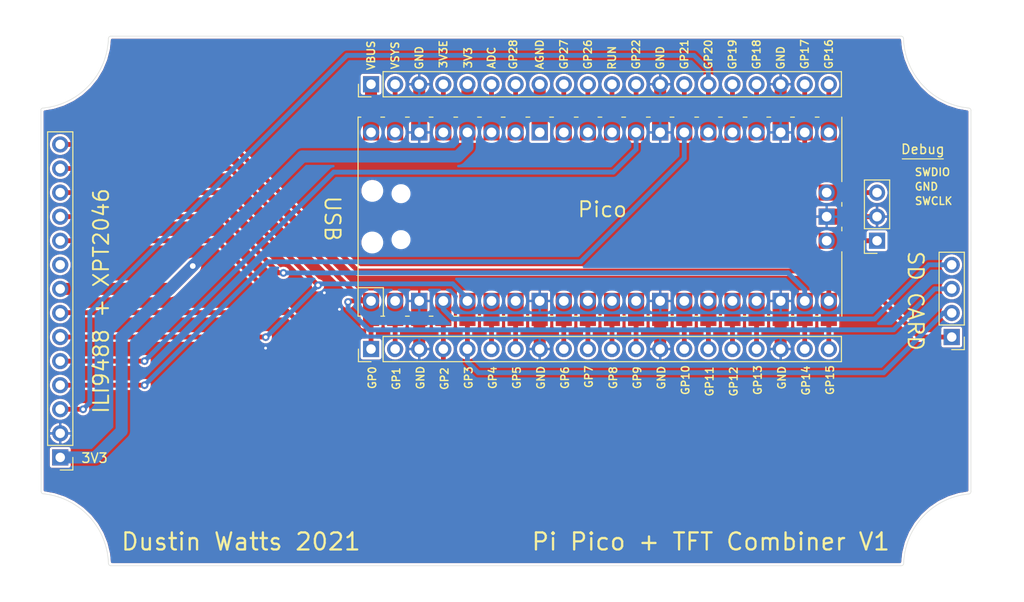
<source format=kicad_pcb>
(kicad_pcb (version 20171130) (host pcbnew "(5.1.6-0)")
  (layers (0 F.Cu signal) (31 B.Cu signal) (34 B.Paste user) (35 F.Paste user) (36 B.SilkS user) (37 F.SilkS user) (38 B.Mask user) (39 F.Mask user) (44 Edge.Cuts user))
  (net 0 "")
  (net 1 SWCLK)
  (net 2 GND)
  (net 3 SWDIO)
  (net 4 3V3)
  (net 5 GPIO20)
  (net 6 GPIO21)
  (net 7 GPIO22)
  (net 8 GPIO3)
  (net 9 GPIO2)
  (net 10 "Net-(J2-Pad9)")
  (net 11 GPIO14)
  (net 12 GPIO0)
  (net 13 GPIO15)
  (net 14 GPIO13)
  (net 15 GPIO12)
  (net 16 GPIO11)
  (net 17 GPIO10)
  (net 18 GPIO9)
  (net 19 GPIO8)
  (net 20 GPIO7)
  (net 21 GPIO6)
  (net 22 GPIO5)
  (net 23 GPIO4)
  (net 24 GPIO1)
  (net 25 VBUS)
  (net 26 VSYS)
  (net 27 3V3_EN)
  (net 28 ADC_VREF)
  (net 29 GPIO28)
  (net 30 AGND)
  (net 31 GPIO27)
  (net 32 GPIO26)
  (net 33 RUN)
  (net 34 GPIO19)
  (net 35 GPIO18)
  (net 36 GPIO17)
  (net 37 GPIO16)
  (module Connector_PinSocket_2.54mm:PinSocket_1x03_P2.54mm_Vertical (layer F.Cu) (at 169.926 64.77 180)
    (fp_text reference J1 hide)
    (fp_text value Conn_01x03_Female)
    (fp_line (start -1.33 1.27) (end 1.33 1.27) (layer F.SilkS) (width 0.12))
    (fp_line (start -1.33 1.27) (end -1.33 6.41) (layer F.SilkS) (width 0.12))
    (fp_line (start -1.33 6.41) (end 1.33 6.41) (layer F.SilkS) (width 0.12))
    (fp_line (start 1.33 1.27) (end 1.33 6.41) (layer F.SilkS) (width 0.12))
    (fp_line (start 1.33 -1.33) (end 1.33 0) (layer F.SilkS) (width 0.12))
    (fp_line (start 0 -1.33) (end 1.33 -1.33) (layer F.SilkS) (width 0.12))
    (pad 1 thru_hole rect (at 0 0 180) (size 1.7 1.7) (drill 1) (layers *.Cu *.Mask) (net 1 SWCLK))
    (pad 2 thru_hole oval (at 0 2.54 180) (size 1.7 1.7) (drill 1) (layers *.Cu *.Mask) (net 2 GND))
    (pad 3 thru_hole oval (at 0 5.08 180) (size 1.7 1.7) (drill 1) (layers *.Cu *.Mask) (net 3 SWDIO))
  )
  (module Connector_PinHeader_2.54mm:PinHeader_1x14_P2.54mm_Vertical (layer F.Cu) (at 83.82 87.63 180)
    (fp_text reference J2 hide)
    (fp_text value ILI9488_Touch)
    (fp_line (start -1.33 34.35) (end 1.33 34.35) (layer F.SilkS) (width 0.12))
    (fp_line (start -1.33 1.27) (end -1.33 34.35) (layer F.SilkS) (width 0.12))
    (fp_line (start 1.33 1.27) (end 1.33 34.35) (layer F.SilkS) (width 0.12))
    (fp_line (start -1.33 1.27) (end 1.33 1.27) (layer F.SilkS) (width 0.12))
    (fp_line (start -1.33 0) (end -1.33 -1.33) (layer F.SilkS) (width 0.12))
    (fp_line (start -1.33 -1.33) (end 0 -1.33) (layer F.SilkS) (width 0.12))
    (pad 1 thru_hole rect (at 0 0 180) (size 1.7 1.7) (drill 1) (layers *.Cu *.Mask) (net 4 3V3))
    (pad 2 thru_hole oval (at 0 2.54 180) (size 1.7 1.7) (drill 1) (layers *.Cu *.Mask) (net 2 GND))
    (pad 3 thru_hole oval (at 0 5.08 180) (size 1.7 1.7) (drill 1) (layers *.Cu *.Mask) (net 5 GPIO20))
    (pad 4 thru_hole oval (at 0 7.62 180) (size 1.7 1.7) (drill 1) (layers *.Cu *.Mask) (net 6 GPIO21))
    (pad 5 thru_hole oval (at 0 10.16 180) (size 1.7 1.7) (drill 1) (layers *.Cu *.Mask) (net 7 GPIO22))
    (pad 6 thru_hole oval (at 0 12.7 180) (size 1.7 1.7) (drill 1) (layers *.Cu *.Mask) (net 8 GPIO3))
    (pad 7 thru_hole oval (at 0 15.24 180) (size 1.7 1.7) (drill 1) (layers *.Cu *.Mask) (net 9 GPIO2))
    (pad 8 thru_hole oval (at 0 17.78 180) (size 1.7 1.7) (drill 1) (layers *.Cu *.Mask) (net 4 3V3))
    (pad 9 thru_hole oval (at 0 20.32 180) (size 1.7 1.7) (drill 1) (layers *.Cu *.Mask) (net 10 "Net-(J2-Pad9)"))
    (pad 10 thru_hole oval (at 0 22.86 180) (size 1.7 1.7) (drill 1) (layers *.Cu *.Mask) (net 9 GPIO2))
    (pad 11 thru_hole oval (at 0 25.4 180) (size 1.7 1.7) (drill 1) (layers *.Cu *.Mask) (net 11 GPIO14))
    (pad 12 thru_hole oval (at 0 27.94 180) (size 1.7 1.7) (drill 1) (layers *.Cu *.Mask) (net 8 GPIO3))
    (pad 13 thru_hole oval (at 0 30.48 180) (size 1.7 1.7) (drill 1) (layers *.Cu *.Mask) (net 12 GPIO0))
    (pad 14 thru_hole oval (at 0 33.02 180) (size 1.7 1.7) (drill 1) (layers *.Cu *.Mask) (net 13 GPIO15))
  )
  (module Connector_PinHeader_2.54mm:PinHeader_1x20_P2.54mm_Vertical (layer F.Cu) (at 116.586 76.2 90)
    (fp_text reference J3 hide)
    (fp_text value Conn_01x20_Male)
    (fp_line (start -1.33 -1.33) (end 0 -1.33) (layer F.SilkS) (width 0.12))
    (fp_line (start -1.33 0) (end -1.33 -1.33) (layer F.SilkS) (width 0.12))
    (fp_line (start -1.33 1.27) (end 1.33 1.27) (layer F.SilkS) (width 0.12))
    (fp_line (start 1.33 1.27) (end 1.33 49.59) (layer F.SilkS) (width 0.12))
    (fp_line (start -1.33 1.27) (end -1.33 49.59) (layer F.SilkS) (width 0.12))
    (fp_line (start -1.33 49.59) (end 1.33 49.59) (layer F.SilkS) (width 0.12))
    (pad 20 thru_hole oval (at 0 48.26 90) (size 1.7 1.7) (drill 1) (layers *.Cu *.Mask) (net 13 GPIO15))
    (pad 19 thru_hole oval (at 0 45.72 90) (size 1.7 1.7) (drill 1) (layers *.Cu *.Mask) (net 11 GPIO14))
    (pad 18 thru_hole oval (at 0 43.18 90) (size 1.7 1.7) (drill 1) (layers *.Cu *.Mask) (net 2 GND))
    (pad 17 thru_hole oval (at 0 40.64 90) (size 1.7 1.7) (drill 1) (layers *.Cu *.Mask) (net 14 GPIO13))
    (pad 16 thru_hole oval (at 0 38.1 90) (size 1.7 1.7) (drill 1) (layers *.Cu *.Mask) (net 15 GPIO12))
    (pad 15 thru_hole oval (at 0 35.56 90) (size 1.7 1.7) (drill 1) (layers *.Cu *.Mask) (net 16 GPIO11))
    (pad 14 thru_hole oval (at 0 33.02 90) (size 1.7 1.7) (drill 1) (layers *.Cu *.Mask) (net 17 GPIO10))
    (pad 13 thru_hole oval (at 0 30.48 90) (size 1.7 1.7) (drill 1) (layers *.Cu *.Mask) (net 2 GND))
    (pad 12 thru_hole oval (at 0 27.94 90) (size 1.7 1.7) (drill 1) (layers *.Cu *.Mask) (net 18 GPIO9))
    (pad 11 thru_hole oval (at 0 25.4 90) (size 1.7 1.7) (drill 1) (layers *.Cu *.Mask) (net 19 GPIO8))
    (pad 10 thru_hole oval (at 0 22.86 90) (size 1.7 1.7) (drill 1) (layers *.Cu *.Mask) (net 20 GPIO7))
    (pad 9 thru_hole oval (at 0 20.32 90) (size 1.7 1.7) (drill 1) (layers *.Cu *.Mask) (net 21 GPIO6))
    (pad 8 thru_hole oval (at 0 17.78 90) (size 1.7 1.7) (drill 1) (layers *.Cu *.Mask) (net 2 GND))
    (pad 7 thru_hole oval (at 0 15.24 90) (size 1.7 1.7) (drill 1) (layers *.Cu *.Mask) (net 22 GPIO5))
    (pad 6 thru_hole oval (at 0 12.7 90) (size 1.7 1.7) (drill 1) (layers *.Cu *.Mask) (net 23 GPIO4))
    (pad 5 thru_hole oval (at 0 10.16 90) (size 1.7 1.7) (drill 1) (layers *.Cu *.Mask) (net 8 GPIO3))
    (pad 4 thru_hole oval (at 0 7.62 90) (size 1.7 1.7) (drill 1) (layers *.Cu *.Mask) (net 9 GPIO2))
    (pad 3 thru_hole oval (at 0 5.08 90) (size 1.7 1.7) (drill 1) (layers *.Cu *.Mask) (net 2 GND))
    (pad 2 thru_hole oval (at 0 2.54 90) (size 1.7 1.7) (drill 1) (layers *.Cu *.Mask) (net 24 GPIO1))
    (pad 1 thru_hole rect (at 0 0 90) (size 1.7 1.7) (drill 1) (layers *.Cu *.Mask) (net 12 GPIO0))
  )
  (module Connector_PinHeader_2.54mm:PinHeader_1x20_P2.54mm_Vertical (layer F.Cu) (at 116.586 48.26 90)
    (fp_text reference J4 hide)
    (fp_text value Conn_01x20_Male)
    (fp_line (start -1.33 49.59) (end 1.33 49.59) (layer F.SilkS) (width 0.12))
    (fp_line (start -1.33 1.27) (end -1.33 49.59) (layer F.SilkS) (width 0.12))
    (fp_line (start 1.33 1.27) (end 1.33 49.59) (layer F.SilkS) (width 0.12))
    (fp_line (start -1.33 1.27) (end 1.33 1.27) (layer F.SilkS) (width 0.12))
    (fp_line (start -1.33 0) (end -1.33 -1.33) (layer F.SilkS) (width 0.12))
    (fp_line (start -1.33 -1.33) (end 0 -1.33) (layer F.SilkS) (width 0.12))
    (pad 1 thru_hole rect (at 0 0 90) (size 1.7 1.7) (drill 1) (layers *.Cu *.Mask) (net 25 VBUS))
    (pad 2 thru_hole oval (at 0 2.54 90) (size 1.7 1.7) (drill 1) (layers *.Cu *.Mask) (net 26 VSYS))
    (pad 3 thru_hole oval (at 0 5.08 90) (size 1.7 1.7) (drill 1) (layers *.Cu *.Mask) (net 2 GND))
    (pad 4 thru_hole oval (at 0 7.62 90) (size 1.7 1.7) (drill 1) (layers *.Cu *.Mask) (net 27 3V3_EN))
    (pad 5 thru_hole oval (at 0 10.16 90) (size 1.7 1.7) (drill 1) (layers *.Cu *.Mask) (net 4 3V3))
    (pad 6 thru_hole oval (at 0 12.7 90) (size 1.7 1.7) (drill 1) (layers *.Cu *.Mask) (net 28 ADC_VREF))
    (pad 7 thru_hole oval (at 0 15.24 90) (size 1.7 1.7) (drill 1) (layers *.Cu *.Mask) (net 29 GPIO28))
    (pad 8 thru_hole oval (at 0 17.78 90) (size 1.7 1.7) (drill 1) (layers *.Cu *.Mask) (net 30 AGND))
    (pad 9 thru_hole oval (at 0 20.32 90) (size 1.7 1.7) (drill 1) (layers *.Cu *.Mask) (net 31 GPIO27))
    (pad 10 thru_hole oval (at 0 22.86 90) (size 1.7 1.7) (drill 1) (layers *.Cu *.Mask) (net 32 GPIO26))
    (pad 11 thru_hole oval (at 0 25.4 90) (size 1.7 1.7) (drill 1) (layers *.Cu *.Mask) (net 33 RUN))
    (pad 12 thru_hole oval (at 0 27.94 90) (size 1.7 1.7) (drill 1) (layers *.Cu *.Mask) (net 7 GPIO22))
    (pad 13 thru_hole oval (at 0 30.48 90) (size 1.7 1.7) (drill 1) (layers *.Cu *.Mask) (net 2 GND))
    (pad 14 thru_hole oval (at 0 33.02 90) (size 1.7 1.7) (drill 1) (layers *.Cu *.Mask) (net 6 GPIO21))
    (pad 15 thru_hole oval (at 0 35.56 90) (size 1.7 1.7) (drill 1) (layers *.Cu *.Mask) (net 5 GPIO20))
    (pad 16 thru_hole oval (at 0 38.1 90) (size 1.7 1.7) (drill 1) (layers *.Cu *.Mask) (net 34 GPIO19))
    (pad 17 thru_hole oval (at 0 40.64 90) (size 1.7 1.7) (drill 1) (layers *.Cu *.Mask) (net 35 GPIO18))
    (pad 18 thru_hole oval (at 0 43.18 90) (size 1.7 1.7) (drill 1) (layers *.Cu *.Mask) (net 2 GND))
    (pad 19 thru_hole oval (at 0 45.72 90) (size 1.7 1.7) (drill 1) (layers *.Cu *.Mask) (net 36 GPIO17))
    (pad 20 thru_hole oval (at 0 48.26 90) (size 1.7 1.7) (drill 1) (layers *.Cu *.Mask) (net 37 GPIO16))
  )
  (module RPi_Pico:RPi_Pico_SMD_TH (layer F.Cu) (at 140.716 62.23 90)
    (fp_text reference U1 hide)
    (fp_text value Pico)
    (fp_line (start 1.1 25.5) (end 1.5 25.5) (layer F.SilkS) (width 0.12))
    (fp_line (start -1.5 25.5) (end -1.1 25.5) (layer F.SilkS) (width 0.12))
    (fp_line (start 10.5 25.5) (end 3.7 25.5) (layer F.SilkS) (width 0.12))
    (fp_line (start 10.5 15.1) (end 10.5 15.5) (layer F.SilkS) (width 0.12))
    (fp_line (start 10.5 7.4) (end 10.5 7.8) (layer F.SilkS) (width 0.12))
    (fp_line (start 10.5 -18) (end 10.5 -17.6) (layer F.SilkS) (width 0.12))
    (fp_line (start 10.5 -25.5) (end 10.5 -25.2) (layer F.SilkS) (width 0.12))
    (fp_line (start 10.5 -2.7) (end 10.5 -2.3) (layer F.SilkS) (width 0.12))
    (fp_line (start 10.5 12.5) (end 10.5 12.9) (layer F.SilkS) (width 0.12))
    (fp_line (start 10.5 -7.8) (end 10.5 -7.4) (layer F.SilkS) (width 0.12))
    (fp_line (start 10.5 -12.9) (end 10.5 -12.5) (layer F.SilkS) (width 0.12))
    (fp_line (start 10.5 -0.2) (end 10.5 0.2) (layer F.SilkS) (width 0.12))
    (fp_line (start 10.5 4.9) (end 10.5 5.3) (layer F.SilkS) (width 0.12))
    (fp_line (start 10.5 20.1) (end 10.5 20.5) (layer F.SilkS) (width 0.12))
    (fp_line (start 10.5 22.7) (end 10.5 23.1) (layer F.SilkS) (width 0.12))
    (fp_line (start 10.5 17.6) (end 10.5 18) (layer F.SilkS) (width 0.12))
    (fp_line (start 10.5 -15.4) (end 10.5 -15) (layer F.SilkS) (width 0.12))
    (fp_line (start 10.5 -23.1) (end 10.5 -22.7) (layer F.SilkS) (width 0.12))
    (fp_line (start 10.5 -20.5) (end 10.5 -20.1) (layer F.SilkS) (width 0.12))
    (fp_line (start 10.5 10) (end 10.5 10.4) (layer F.SilkS) (width 0.12))
    (fp_line (start 10.5 2.3) (end 10.5 2.7) (layer F.SilkS) (width 0.12))
    (fp_line (start 10.5 -5.3) (end 10.5 -4.9) (layer F.SilkS) (width 0.12))
    (fp_line (start 10.5 -10.4) (end 10.5 -10) (layer F.SilkS) (width 0.12))
    (fp_line (start -10.5 22.7) (end -10.5 23.1) (layer F.SilkS) (width 0.12))
    (fp_line (start -10.5 20.1) (end -10.5 20.5) (layer F.SilkS) (width 0.12))
    (fp_line (start -10.5 17.6) (end -10.5 18) (layer F.SilkS) (width 0.12))
    (fp_line (start -10.5 15.1) (end -10.5 15.5) (layer F.SilkS) (width 0.12))
    (fp_line (start -10.5 12.5) (end -10.5 12.9) (layer F.SilkS) (width 0.12))
    (fp_line (start -10.5 10) (end -10.5 10.4) (layer F.SilkS) (width 0.12))
    (fp_line (start -10.5 7.4) (end -10.5 7.8) (layer F.SilkS) (width 0.12))
    (fp_line (start -10.5 4.9) (end -10.5 5.3) (layer F.SilkS) (width 0.12))
    (fp_line (start -10.5 2.3) (end -10.5 2.7) (layer F.SilkS) (width 0.12))
    (fp_line (start -10.5 -0.2) (end -10.5 0.2) (layer F.SilkS) (width 0.12))
    (fp_line (start -10.5 -2.7) (end -10.5 -2.3) (layer F.SilkS) (width 0.12))
    (fp_line (start -10.5 -5.3) (end -10.5 -4.9) (layer F.SilkS) (width 0.12))
    (fp_line (start -10.5 -7.8) (end -10.5 -7.4) (layer F.SilkS) (width 0.12))
    (fp_line (start -10.5 -10.4) (end -10.5 -10) (layer F.SilkS) (width 0.12))
    (fp_line (start -10.5 -12.9) (end -10.5 -12.5) (layer F.SilkS) (width 0.12))
    (fp_line (start -10.5 -15.4) (end -10.5 -15) (layer F.SilkS) (width 0.12))
    (fp_line (start -10.5 -18) (end -10.5 -17.6) (layer F.SilkS) (width 0.12))
    (fp_line (start -10.5 -20.5) (end -10.5 -20.1) (layer F.SilkS) (width 0.12))
    (fp_line (start -10.5 -23.1) (end -10.5 -22.7) (layer F.SilkS) (width 0.12))
    (fp_line (start -10.5 -25.5) (end -10.5 -25.2) (layer F.SilkS) (width 0.12))
    (fp_line (start -7.493 -22.833) (end -7.493 -25.5) (layer F.SilkS) (width 0.12))
    (fp_line (start -10.5 -22.833) (end -7.493 -22.833) (layer F.SilkS) (width 0.12))
    (fp_line (start -3.7 25.5) (end -10.5 25.5) (layer F.SilkS) (width 0.12))
    (fp_line (start -10.5 -25.5) (end 10.5 -25.5) (layer F.SilkS) (width 0.12))
    (fp_text user GP1 (at -17.091 -21.473 90) (layer F.SilkS) (effects (font (size 0.8 0.8))))
    (fp_text user GP2 (at -17.091 -16.383 90) (layer F.SilkS) (effects (font (size 0.8 0.8))))
    (fp_text user GP0 (at -16.991 -24.003 90) (layer F.SilkS) (effects (font (size 0.8 0.8))))
    (fp_text user GP3 (at -16.991 -13.843 90) (layer F.SilkS) (effects (font (size 0.8 0.8))))
    (fp_text user GP4 (at -16.991 -11.303 90) (layer F.SilkS) (effects (font (size 0.8 0.8))))
    (fp_text user GP5 (at -16.991 -8.763 90) (layer F.SilkS) (effects (font (size 0.8 0.8))))
    (fp_text user GP6 (at -16.991 -3.683 90) (layer F.SilkS) (effects (font (size 0.8 0.8))))
    (fp_text user GP7 (at -16.891 -1.173 90) (layer F.SilkS) (effects (font (size 0.8 0.8))))
    (fp_text user GP8 (at -16.991 1.397 90) (layer F.SilkS) (effects (font (size 0.8 0.8))))
    (fp_text user GP9 (at -16.991 3.937 90) (layer F.SilkS) (effects (font (size 0.8 0.8))))
    (fp_text user GP10 (at -17.245 9.017 90) (layer F.SilkS) (effects (font (size 0.8 0.8))))
    (fp_text user GP11 (at -17.391 11.557 90) (layer F.SilkS) (effects (font (size 0.8 0.8))))
    (fp_text user GP12 (at -17.391 14.097 90) (layer F.SilkS) (effects (font (size 0.8 0.8))))
    (fp_text user GP13 (at -17.245 16.637 90) (layer F.SilkS) (effects (font (size 0.8 0.8))))
    (fp_text user GP14 (at -17.291 21.717 90) (layer F.SilkS) (effects (font (size 0.8 0.8))))
    (fp_text user GP15 (at -17.245 24.257 90) (layer F.SilkS) (effects (font (size 0.8 0.8))))
    (fp_text user GP16 (at 17.145 24.13 90) (layer F.SilkS) (effects (font (size 0.8 0.8))))
    (fp_text user GP17 (at 17.145 21.59 90) (layer F.SilkS) (effects (font (size 0.8 0.8))))
    (fp_text user GP18 (at 17.118 16.51 90) (layer F.SilkS) (effects (font (size 0.8 0.8))))
    (fp_text user GP19 (at 17.118 13.97 90) (layer F.SilkS) (effects (font (size 0.8 0.8))))
    (fp_text user GP20 (at 17.118 11.43 90) (layer F.SilkS) (effects (font (size 0.8 0.8))))
    (fp_text user GP21 (at 17.118 8.9 90) (layer F.SilkS) (effects (font (size 0.8 0.8))))
    (fp_text user GP22 (at 17.118 3.81 90) (layer F.SilkS) (effects (font (size 0.8 0.8))))
    (fp_text user RUN (at 16.764 1.27 90) (layer F.SilkS) (effects (font (size 0.8 0.8))))
    (fp_text user GP26 (at 17.118 -1.27 90) (layer F.SilkS) (effects (font (size 0.8 0.8))))
    (fp_text user GP27 (at 17.118 -3.8 90) (layer F.SilkS) (effects (font (size 0.8 0.8))))
    (fp_text user GP28 (at 17.118 -9.144 90) (layer F.SilkS) (effects (font (size 0.8 0.8))))
    (fp_text user ADC (at 16.764 -11.43 90) (layer F.SilkS) (effects (font (size 0.8 0.8))))
    (fp_text user 3V3 (at 16.764 -13.9 90) (layer F.SilkS) (effects (font (size 0.8 0.8))))
    (fp_text user 3V3E (at 17.145 -16.51 90) (layer F.SilkS) (effects (font (size 0.8 0.8))))
    (fp_text user VSYS (at 17.018 -21.59 90) (layer F.SilkS) (effects (font (size 0.8 0.8))))
    (fp_text user VBUS (at 17.018 -24.13 90) (layer F.SilkS) (effects (font (size 0.8 0.8))))
    (fp_text user GND (at -16.991 -18.923 90) (layer F.SilkS) (effects (font (size 0.8 0.8))))
    (fp_text user GND (at -16.991 -6.223 90) (layer F.SilkS) (effects (font (size 0.8 0.8))))
    (fp_text user GND (at -16.991 6.477 90) (layer F.SilkS) (effects (font (size 0.8 0.8))))
    (fp_text user GND (at -16.991 19.177 90) (layer F.SilkS) (effects (font (size 0.8 0.8))))
    (fp_text user GND (at 16.764 19.05 90) (layer F.SilkS) (effects (font (size 0.8 0.8))))
    (fp_text user GND (at 16.764 6.35 90) (layer F.SilkS) (effects (font (size 0.8 0.8))))
    (fp_text user GND (at 16.764 -19.05 90) (layer F.SilkS) (effects (font (size 0.8 0.8))))
    (fp_text user AGND (at 17.118 -6.35 90) (layer F.SilkS) (effects (font (size 0.8 0.8))))
    (fp_text user SWCLK (at 1.651 35.179) (layer F.SilkS) (effects (font (size 0.8 0.8))))
    (fp_text user SWDIO (at 4.699 35.052) (layer F.SilkS) (effects (font (size 0.8 0.8))))
    (pad 1 thru_hole oval (at -8.89 -24.13 90) (size 1.7 1.7) (drill 1.02) (layers *.Cu *.Mask) (net 12 GPIO0))
    (pad 2 thru_hole oval (at -8.89 -21.59 90) (size 1.7 1.7) (drill 1.02) (layers *.Cu *.Mask) (net 24 GPIO1))
    (pad 3 thru_hole rect (at -8.89 -19.05 90) (size 1.7 1.7) (drill 1.02) (layers *.Cu *.Mask) (net 2 GND))
    (pad 4 thru_hole oval (at -8.89 -16.51 90) (size 1.7 1.7) (drill 1.02) (layers *.Cu *.Mask) (net 9 GPIO2))
    (pad 5 thru_hole oval (at -8.89 -13.97 90) (size 1.7 1.7) (drill 1.02) (layers *.Cu *.Mask) (net 8 GPIO3))
    (pad 6 thru_hole oval (at -8.89 -11.43 90) (size 1.7 1.7) (drill 1.02) (layers *.Cu *.Mask) (net 23 GPIO4))
    (pad 7 thru_hole oval (at -8.89 -8.89 90) (size 1.7 1.7) (drill 1.02) (layers *.Cu *.Mask) (net 22 GPIO5))
    (pad 8 thru_hole rect (at -8.89 -6.35 90) (size 1.7 1.7) (drill 1.02) (layers *.Cu *.Mask) (net 2 GND))
    (pad 9 thru_hole oval (at -8.89 -3.81 90) (size 1.7 1.7) (drill 1.02) (layers *.Cu *.Mask) (net 21 GPIO6))
    (pad 10 thru_hole oval (at -8.89 -1.27 90) (size 1.7 1.7) (drill 1.02) (layers *.Cu *.Mask) (net 20 GPIO7))
    (pad 11 thru_hole oval (at -8.89 1.27 90) (size 1.7 1.7) (drill 1.02) (layers *.Cu *.Mask) (net 19 GPIO8))
    (pad 12 thru_hole oval (at -8.89 3.81 90) (size 1.7 1.7) (drill 1.02) (layers *.Cu *.Mask) (net 18 GPIO9))
    (pad 13 thru_hole rect (at -8.89 6.35 90) (size 1.7 1.7) (drill 1.02) (layers *.Cu *.Mask) (net 2 GND))
    (pad 14 thru_hole oval (at -8.89 8.89 90) (size 1.7 1.7) (drill 1.02) (layers *.Cu *.Mask) (net 17 GPIO10))
    (pad 15 thru_hole oval (at -8.89 11.43 90) (size 1.7 1.7) (drill 1.02) (layers *.Cu *.Mask) (net 16 GPIO11))
    (pad 16 thru_hole oval (at -8.89 13.97 90) (size 1.7 1.7) (drill 1.02) (layers *.Cu *.Mask) (net 15 GPIO12))
    (pad 17 thru_hole oval (at -8.89 16.51 90) (size 1.7 1.7) (drill 1.02) (layers *.Cu *.Mask) (net 14 GPIO13))
    (pad 18 thru_hole rect (at -8.89 19.05 90) (size 1.7 1.7) (drill 1.02) (layers *.Cu *.Mask) (net 2 GND))
    (pad 19 thru_hole oval (at -8.89 21.59 90) (size 1.7 1.7) (drill 1.02) (layers *.Cu *.Mask) (net 11 GPIO14))
    (pad 20 thru_hole oval (at -8.89 24.13 90) (size 1.7 1.7) (drill 1.02) (layers *.Cu *.Mask) (net 13 GPIO15))
    (pad 21 thru_hole oval (at 8.89 24.13 90) (size 1.7 1.7) (drill 1.02) (layers *.Cu *.Mask) (net 37 GPIO16))
    (pad 22 thru_hole oval (at 8.89 21.59 90) (size 1.7 1.7) (drill 1.02) (layers *.Cu *.Mask) (net 36 GPIO17))
    (pad 23 thru_hole rect (at 8.89 19.05 90) (size 1.7 1.7) (drill 1.02) (layers *.Cu *.Mask) (net 2 GND))
    (pad 24 thru_hole oval (at 8.89 16.51 90) (size 1.7 1.7) (drill 1.02) (layers *.Cu *.Mask) (net 35 GPIO18))
    (pad 25 thru_hole oval (at 8.89 13.97 90) (size 1.7 1.7) (drill 1.02) (layers *.Cu *.Mask) (net 34 GPIO19))
    (pad 26 thru_hole oval (at 8.89 11.43 90) (size 1.7 1.7) (drill 1.02) (layers *.Cu *.Mask) (net 5 GPIO20))
    (pad 27 thru_hole oval (at 8.89 8.89 90) (size 1.7 1.7) (drill 1.02) (layers *.Cu *.Mask) (net 6 GPIO21))
    (pad 28 thru_hole rect (at 8.89 6.35 90) (size 1.7 1.7) (drill 1.02) (layers *.Cu *.Mask) (net 2 GND))
    (pad 29 thru_hole oval (at 8.89 3.81 90) (size 1.7 1.7) (drill 1.02) (layers *.Cu *.Mask) (net 7 GPIO22))
    (pad 30 thru_hole oval (at 8.89 1.27 90) (size 1.7 1.7) (drill 1.02) (layers *.Cu *.Mask) (net 33 RUN))
    (pad 31 thru_hole oval (at 8.89 -1.27 90) (size 1.7 1.7) (drill 1.02) (layers *.Cu *.Mask) (net 32 GPIO26))
    (pad 32 thru_hole oval (at 8.89 -3.81 90) (size 1.7 1.7) (drill 1.02) (layers *.Cu *.Mask) (net 31 GPIO27))
    (pad 33 thru_hole rect (at 8.89 -6.35 90) (size 1.7 1.7) (drill 1.02) (layers *.Cu *.Mask) (net 30 AGND))
    (pad 34 thru_hole oval (at 8.89 -8.89 90) (size 1.7 1.7) (drill 1.02) (layers *.Cu *.Mask) (net 29 GPIO28))
    (pad 35 thru_hole oval (at 8.89 -11.43 90) (size 1.7 1.7) (drill 1.02) (layers *.Cu *.Mask) (net 28 ADC_VREF))
    (pad 36 thru_hole oval (at 8.89 -13.97 90) (size 1.7 1.7) (drill 1.02) (layers *.Cu *.Mask) (net 4 3V3))
    (pad 37 thru_hole oval (at 8.89 -16.51 90) (size 1.7 1.7) (drill 1.02) (layers *.Cu *.Mask) (net 27 3V3_EN))
    (pad 38 thru_hole rect (at 8.89 -19.05 90) (size 1.7 1.7) (drill 1.02) (layers *.Cu *.Mask) (net 2 GND))
    (pad 39 thru_hole oval (at 8.89 -21.59 90) (size 1.7 1.7) (drill 1.02) (layers *.Cu *.Mask) (net 26 VSYS))
    (pad 40 thru_hole oval (at 8.89 -24.13 90) (size 1.7 1.7) (drill 1.02) (layers *.Cu *.Mask) (net 25 VBUS))
    (pad 1 smd rect (at -8.89 -24.13 90) (size 3.5 1.7) (drill (offset -0.9 0)) (layers F.Cu F.Mask) (net 12 GPIO0))
    (pad 2 smd rect (at -8.89 -21.59 90) (size 3.5 1.7) (drill (offset -0.9 0)) (layers F.Cu F.Mask) (net 24 GPIO1))
    (pad 3 smd rect (at -8.89 -19.05 90) (size 3.5 1.7) (drill (offset -0.9 0)) (layers F.Cu F.Mask) (net 2 GND))
    (pad 4 smd rect (at -8.89 -16.51 90) (size 3.5 1.7) (drill (offset -0.9 0)) (layers F.Cu F.Mask) (net 9 GPIO2))
    (pad 5 smd rect (at -8.89 -13.97 90) (size 3.5 1.7) (drill (offset -0.9 0)) (layers F.Cu F.Mask) (net 8 GPIO3))
    (pad 6 smd rect (at -8.89 -11.43 90) (size 3.5 1.7) (drill (offset -0.9 0)) (layers F.Cu F.Mask) (net 23 GPIO4))
    (pad 7 smd rect (at -8.89 -8.89 90) (size 3.5 1.7) (drill (offset -0.9 0)) (layers F.Cu F.Mask) (net 22 GPIO5))
    (pad 8 smd rect (at -8.89 -6.35 90) (size 3.5 1.7) (drill (offset -0.9 0)) (layers F.Cu F.Mask) (net 2 GND))
    (pad 9 smd rect (at -8.89 -3.81 90) (size 3.5 1.7) (drill (offset -0.9 0)) (layers F.Cu F.Mask) (net 21 GPIO6))
    (pad 10 smd rect (at -8.89 -1.27 90) (size 3.5 1.7) (drill (offset -0.9 0)) (layers F.Cu F.Mask) (net 20 GPIO7))
    (pad 11 smd rect (at -8.89 1.27 90) (size 3.5 1.7) (drill (offset -0.9 0)) (layers F.Cu F.Mask) (net 19 GPIO8))
    (pad 12 smd rect (at -8.89 3.81 90) (size 3.5 1.7) (drill (offset -0.9 0)) (layers F.Cu F.Mask) (net 18 GPIO9))
    (pad 13 smd rect (at -8.89 6.35 90) (size 3.5 1.7) (drill (offset -0.9 0)) (layers F.Cu F.Mask) (net 2 GND))
    (pad 14 smd rect (at -8.89 8.89 90) (size 3.5 1.7) (drill (offset -0.9 0)) (layers F.Cu F.Mask) (net 17 GPIO10))
    (pad 15 smd rect (at -8.89 11.43 90) (size 3.5 1.7) (drill (offset -0.9 0)) (layers F.Cu F.Mask) (net 16 GPIO11))
    (pad 16 smd rect (at -8.89 13.97 90) (size 3.5 1.7) (drill (offset -0.9 0)) (layers F.Cu F.Mask) (net 15 GPIO12))
    (pad 17 smd rect (at -8.89 16.51 90) (size 3.5 1.7) (drill (offset -0.9 0)) (layers F.Cu F.Mask) (net 14 GPIO13))
    (pad 18 smd rect (at -8.89 19.05 90) (size 3.5 1.7) (drill (offset -0.9 0)) (layers F.Cu F.Mask) (net 2 GND))
    (pad 19 smd rect (at -8.89 21.59 90) (size 3.5 1.7) (drill (offset -0.9 0)) (layers F.Cu F.Mask) (net 11 GPIO14))
    (pad 20 smd rect (at -8.89 24.13 90) (size 3.5 1.7) (drill (offset -0.9 0)) (layers F.Cu F.Mask) (net 13 GPIO15))
    (pad 40 smd rect (at 8.89 -24.13 90) (size 3.5 1.7) (drill (offset 0.9 0)) (layers F.Cu F.Mask) (net 25 VBUS))
    (pad 39 smd rect (at 8.89 -21.59 90) (size 3.5 1.7) (drill (offset 0.9 0)) (layers F.Cu F.Mask) (net 26 VSYS))
    (pad 38 smd rect (at 8.89 -19.05 90) (size 3.5 1.7) (drill (offset 0.9 0)) (layers F.Cu F.Mask) (net 2 GND))
    (pad 37 smd rect (at 8.89 -16.51 90) (size 3.5 1.7) (drill (offset 0.9 0)) (layers F.Cu F.Mask) (net 27 3V3_EN))
    (pad 36 smd rect (at 8.89 -13.97 90) (size 3.5 1.7) (drill (offset 0.9 0)) (layers F.Cu F.Mask) (net 4 3V3))
    (pad 35 smd rect (at 8.89 -11.43 90) (size 3.5 1.7) (drill (offset 0.9 0)) (layers F.Cu F.Mask) (net 28 ADC_VREF))
    (pad 34 smd rect (at 8.89 -8.89 90) (size 3.5 1.7) (drill (offset 0.9 0)) (layers F.Cu F.Mask) (net 29 GPIO28))
    (pad 33 smd rect (at 8.89 -6.35 90) (size 3.5 1.7) (drill (offset 0.9 0)) (layers F.Cu F.Mask) (net 30 AGND))
    (pad 32 smd rect (at 8.89 -3.81 90) (size 3.5 1.7) (drill (offset 0.9 0)) (layers F.Cu F.Mask) (net 31 GPIO27))
    (pad 31 smd rect (at 8.89 -1.27 90) (size 3.5 1.7) (drill (offset 0.9 0)) (layers F.Cu F.Mask) (net 32 GPIO26))
    (pad 30 smd rect (at 8.89 1.27 90) (size 3.5 1.7) (drill (offset 0.9 0)) (layers F.Cu F.Mask) (net 33 RUN))
    (pad 29 smd rect (at 8.89 3.81 90) (size 3.5 1.7) (drill (offset 0.9 0)) (layers F.Cu F.Mask) (net 7 GPIO22))
    (pad 28 smd rect (at 8.89 6.35 90) (size 3.5 1.7) (drill (offset 0.9 0)) (layers F.Cu F.Mask) (net 2 GND))
    (pad 27 smd rect (at 8.89 8.89 90) (size 3.5 1.7) (drill (offset 0.9 0)) (layers F.Cu F.Mask) (net 6 GPIO21))
    (pad 26 smd rect (at 8.89 11.43 90) (size 3.5 1.7) (drill (offset 0.9 0)) (layers F.Cu F.Mask) (net 5 GPIO20))
    (pad 25 smd rect (at 8.89 13.97 90) (size 3.5 1.7) (drill (offset 0.9 0)) (layers F.Cu F.Mask) (net 34 GPIO19))
    (pad 24 smd rect (at 8.89 16.51 90) (size 3.5 1.7) (drill (offset 0.9 0)) (layers F.Cu F.Mask) (net 35 GPIO18))
    (pad 23 smd rect (at 8.89 19.05 90) (size 3.5 1.7) (drill (offset 0.9 0)) (layers F.Cu F.Mask) (net 2 GND))
    (pad 22 smd rect (at 8.89 21.59 90) (size 3.5 1.7) (drill (offset 0.9 0)) (layers F.Cu F.Mask) (net 36 GPIO17))
    (pad 21 smd rect (at 8.89 24.13 90) (size 3.5 1.7) (drill (offset 0.9 0)) (layers F.Cu F.Mask) (net 37 GPIO16))
    (pad "" np_thru_hole oval (at -2.725 -24 90) (size 1.8 1.8) (drill 1.8) (layers *.Cu *.Mask))
    (pad "" np_thru_hole oval (at 2.725 -24 90) (size 1.8 1.8) (drill 1.8) (layers *.Cu *.Mask))
    (pad "" np_thru_hole oval (at -2.425 -20.97 90) (size 1.5 1.5) (drill 1.5) (layers *.Cu *.Mask))
    (pad "" np_thru_hole oval (at 2.425 -20.97 90) (size 1.5 1.5) (drill 1.5) (layers *.Cu *.Mask))
    (pad 41 smd rect (at -2.54 23.9 180) (size 3.5 1.7) (drill (offset -0.9 0)) (layers F.Cu F.Mask) (net 1 SWCLK))
    (pad 41 thru_hole oval (at -2.54 23.9 90) (size 1.7 1.7) (drill 1.02) (layers *.Cu *.Mask) (net 1 SWCLK))
    (pad 42 smd rect (at 0 23.9 180) (size 3.5 1.7) (drill (offset -0.9 0)) (layers F.Cu F.Mask) (net 2 GND))
    (pad 42 thru_hole rect (at 0 23.9 90) (size 1.7 1.7) (drill 1.02) (layers *.Cu *.Mask) (net 2 GND))
    (pad 43 smd rect (at 2.54 23.9 180) (size 3.5 1.7) (drill (offset -0.9 0)) (layers F.Cu F.Mask) (net 3 SWDIO))
    (pad 43 thru_hole oval (at 2.54 23.9 90) (size 1.7 1.7) (drill 1.02) (layers *.Cu *.Mask) (net 3 SWDIO))
  )
  (module Connector_PinHeader_2.54mm:PinHeader_1x04_P2.54mm_Vertical (layer F.Cu) (at 177.8 74.93 180)
    (fp_text reference J5 hide)
    (fp_text value Conn_01x04_Male)
    (fp_line (start -1.33 -1.33) (end 0 -1.33) (layer F.SilkS) (width 0.12))
    (fp_line (start -1.33 0) (end -1.33 -1.33) (layer F.SilkS) (width 0.12))
    (fp_line (start -1.33 1.27) (end 1.33 1.27) (layer F.SilkS) (width 0.12))
    (fp_line (start 1.33 1.27) (end 1.33 8.95) (layer F.SilkS) (width 0.12))
    (fp_line (start -1.33 1.27) (end -1.33 8.95) (layer F.SilkS) (width 0.12))
    (fp_line (start -1.33 8.95) (end 1.33 8.95) (layer F.SilkS) (width 0.12))
    (pad 1 thru_hole rect (at 0 0 180) (size 1.7 1.7) (drill 1) (layers *.Cu *.Mask) (net 36 GPIO17))
    (pad 2 thru_hole oval (at 0 2.54 180) (size 1.7 1.7) (drill 1) (layers *.Cu *.Mask) (net 8 GPIO3))
    (pad 3 thru_hole oval (at 0 5.08 180) (size 1.7 1.7) (drill 1) (layers *.Cu *.Mask) (net 12 GPIO0))
    (pad 4 thru_hole oval (at 0 7.62 180) (size 1.7 1.7) (drill 1) (layers *.Cu *.Mask) (net 9 GPIO2))
  )
  (gr_text 3V3 (at 87.4395 87.70112) (layer F.SilkS) (effects (font (size 1 1))))
  (gr_text USB (at 112.51184 62.44082 270) (layer F.SilkS) (effects (font (size 1.6 1.6) (thickness 0.2))))
  (gr_text Pico (at 140.97 61.468) (layer F.SilkS) (effects (font (size 1.6 1.6) (thickness 0.2))))
  (gr_arc (start 81.9658 50.9524) (end 81.940401 50.774601) (angle -81.86989765) (layer Edge.Cuts) (width 0.05))
  (gr_line (start 81.800733 91.221232) (end 81.786196 50.952399) (layer Edge.Cuts) (width 0.05))
  (gr_arc (start 82.054733 91.221232) (end 81.800733 91.221232) (angle -90) (layer Edge.Cuts) (width 0.05))
  (gr_arc (start 172.48378 98.806) (end 172.48378 99.06) (angle -88.281642) (layer Edge.Cuts) (width 0.05))
  (gr_arc (start 179.578 91.2368) (end 179.578 91.4908) (angle -95.71059314) (layer Edge.Cuts) (width 0.05))
  (gr_arc (start 179.581244 51.021596) (end 179.835244 51.021596) (angle -85.040996) (layer Edge.Cuts) (width 0.05))
  (gr_arc (start 172.466 43.434) (end 172.72 43.434) (angle -90) (layer Edge.Cuts) (width 0.05))
  (gr_arc (start 89.154 43.434) (end 89.154 43.18) (angle -90) (layer Edge.Cuts) (width 0.05))
  (gr_arc (start 89.154 98.806) (end 88.9 98.806) (angle -90) (layer Edge.Cuts) (width 0.05))
  (gr_arc (start 180.34 43.18) (end 172.72 43.434) (angle -82.54517972) (layer Edge.Cuts) (width 0.05))
  (gr_arc (start 180.34 99.06) (end 179.578 91.4908) (angle -82.39509523) (layer Edge.Cuts) (width 0.05))
  (gr_arc (start 81.28 99.06) (end 88.9 98.806) (angle -82.25869597) (layer Edge.Cuts) (width 0.05))
  (gr_arc (start 81.28 43.18) (end 81.9404 50.7746) (angle -83.12110433) (layer Edge.Cuts) (width 0.05))
  (gr_text "Dustin Watts 2021" (at 102.87 96.52) (layer F.SilkS) (effects (font (size 1.8 1.8) (thickness 0.24))))
  (gr_text "Pi Pico + TFT Combiner V1" (at 152.4 96.52) (layer F.SilkS) (effects (font (size 1.8 1.8) (thickness 0.24))))
  (gr_line (start 172.593 56.134) (end 176.911 56.134) (layer F.SilkS) (width 0.12))
  (gr_text Debug (at 174.752 55.118) (layer F.SilkS) (effects (font (size 1 1))))
  (gr_text "ILI9488 + XPT2046" (at 88.138 71.12 90) (layer F.SilkS) (effects (font (size 1.6 1.6) (thickness 0.2))))
  (gr_text "SD CARD" (at 173.99 71.12 270) (layer F.SilkS) (effects (font (size 1.6 1.6) (thickness 0.2))))
  (gr_line (start 172.466 43.18) (end 89.154 43.18) (layer Edge.Cuts) (width 0.05))
  (gr_line (start 179.830739 91.211526) (end 179.835244 51.021596) (layer Edge.Cuts) (width 0.05))
  (gr_line (start 89.154 99.06) (end 172.48378 99.06) (layer Edge.Cuts) (width 0.05))
  (gr_text GND (at 175.133 59.055) (layer F.SilkS) (effects (font (size 0.8 0.8))))
  (segment (start 164.616 64.77) (end 169.926 64.77) (width 0.508) (layer F.Cu) (net 1))
  (segment (start 121.666 48.26) (end 121.666 53.34) (width 1.27) (layer F.Cu) (net 2))
  (segment (start 147.066 48.26) (end 147.066 53.34) (width 1.27) (layer F.Cu) (net 2))
  (segment (start 159.766 48.26) (end 159.766 53.34) (width 1.27) (layer F.Cu) (net 2))
  (segment (start 164.616 62.23) (end 169.926 62.23) (width 0.508) (layer F.Cu) (net 2))
  (segment (start 159.766 71.12) (end 159.766 76.2) (width 1.27) (layer F.Cu) (net 2))
  (segment (start 134.366 71.12) (end 134.366 76.2) (width 1.27) (layer F.Cu) (net 2))
  (segment (start 121.666 71.12) (end 121.666 76.2) (width 1.27) (layer F.Cu) (net 2))
  (segment (start 147.066 71.12) (end 147.066 76.2) (width 1.27) (layer F.Cu) (net 2))
  (via (at 105.46588 76.10094) (size 0.45) (drill 0.3) (layers F.Cu B.Cu) (net 2))
  (via (at 111.66348 70.26148) (size 0.45) (drill 0.3) (layers F.Cu B.Cu) (net 2))
  (via (at 113.25352 72.00392) (size 0.45) (drill 0.3) (layers F.Cu B.Cu) (net 2))
  (segment (start 164.616 59.69) (end 169.926 59.69) (width 0.508) (layer F.Cu) (net 3))
  (segment (start 126.746 48.26) (end 126.746 53.34) (width 1.27) (layer F.Cu) (net 4))
  (via (at 97.79 67.437) (size 1) (drill 0.6) (layers F.Cu B.Cu) (net 4))
  (segment (start 95.377 69.85) (end 97.79 67.437) (width 1.27) (layer F.Cu) (net 4))
  (segment (start 83.82 69.85) (end 95.377 69.85) (width 1.27) (layer F.Cu) (net 4))
  (segment (start 126.746 54.864) (end 126.746 53.34) (width 1.27) (layer B.Cu) (net 4))
  (segment (start 125.73 55.88) (end 126.746 54.864) (width 1.27) (layer B.Cu) (net 4))
  (segment (start 109.347 55.88) (end 125.73 55.88) (width 1.27) (layer B.Cu) (net 4))
  (segment (start 97.79 67.437) (end 109.347 55.88) (width 1.27) (layer B.Cu) (net 4))
  (segment (start 83.82 87.63) (end 87.503 87.63) (width 1.27) (layer B.Cu) (net 4))
  (segment (start 87.503 87.63) (end 90.297 84.836) (width 1.27) (layer B.Cu) (net 4))
  (segment (start 90.297 74.93) (end 97.79 67.437) (width 1.27) (layer B.Cu) (net 4))
  (segment (start 90.297 84.836) (end 90.297 74.93) (width 1.27) (layer B.Cu) (net 4))
  (segment (start 152.146 48.26) (end 152.146 53.34) (width 0.508) (layer F.Cu) (net 5))
  (via (at 86.233 82.55) (size 0.8) (drill 0.4) (layers F.Cu B.Cu) (net 5))
  (segment (start 83.82 82.55) (end 86.233 82.55) (width 0.508) (layer F.Cu) (net 5))
  (segment (start 86.93912 81.84388) (end 86.233 82.55) (width 0.508) (layer B.Cu) (net 5))
  (segment (start 86.93912 72.31888) (end 86.93912 81.84388) (width 0.508) (layer B.Cu) (net 5))
  (segment (start 114.046 45.212) (end 86.93912 72.31888) (width 0.508) (layer B.Cu) (net 5))
  (segment (start 152.146 46.736) (end 150.622 45.212) (width 0.508) (layer B.Cu) (net 5))
  (segment (start 150.622 45.212) (end 114.046 45.212) (width 0.508) (layer B.Cu) (net 5))
  (segment (start 152.146 48.26) (end 152.146 46.736) (width 0.508) (layer B.Cu) (net 5))
  (segment (start 149.606 48.26) (end 149.606 53.34) (width 0.508) (layer F.Cu) (net 6))
  (via (at 92.709998 80.01) (size 0.8) (drill 0.4) (layers F.Cu B.Cu) (net 6))
  (segment (start 83.82 80.01) (end 92.709998 80.01) (width 0.508) (layer F.Cu) (net 6))
  (segment (start 105.730038 66.98996) (end 92.709998 80.01) (width 0.508) (layer B.Cu) (net 6))
  (segment (start 138.68146 66.98996) (end 105.730038 66.98996) (width 0.508) (layer B.Cu) (net 6))
  (segment (start 149.606 56.06542) (end 138.68146 66.98996) (width 0.508) (layer B.Cu) (net 6))
  (segment (start 149.606 53.34) (end 149.606 56.06542) (width 0.508) (layer B.Cu) (net 6))
  (segment (start 144.526 48.26) (end 144.526 53.34) (width 0.508) (layer F.Cu) (net 7))
  (segment (start 83.82 77.47) (end 92.71 77.47) (width 0.508) (layer F.Cu) (net 7))
  (via (at 92.71 77.47) (size 0.8) (drill 0.4) (layers F.Cu B.Cu) (net 7))
  (segment (start 112.649 57.531) (end 92.71 77.47) (width 0.508) (layer B.Cu) (net 7))
  (segment (start 142.12062 57.531) (end 112.649 57.531) (width 0.508) (layer B.Cu) (net 7))
  (segment (start 144.526 55.12562) (end 142.12062 57.531) (width 0.508) (layer B.Cu) (net 7))
  (segment (start 144.526 53.34) (end 144.526 55.12562) (width 0.508) (layer B.Cu) (net 7))
  (segment (start 126.746 71.12) (end 126.746 76.2) (width 0.508) (layer F.Cu) (net 8))
  (via (at 110.998002 69.469) (size 0.8) (drill 0.4) (layers F.Cu B.Cu) (net 8))
  (segment (start 83.82 59.69) (end 101.219002 59.69) (width 0.508) (layer F.Cu) (net 8))
  (segment (start 101.219002 59.69) (end 110.998002 69.469) (width 0.508) (layer F.Cu) (net 8))
  (segment (start 111.150402 69.3166) (end 110.998002 69.469) (width 0.508) (layer B.Cu) (net 8))
  (segment (start 126.746 70.866) (end 125.1966 69.3166) (width 0.508) (layer B.Cu) (net 8))
  (segment (start 125.1966 69.3166) (end 111.150402 69.3166) (width 0.508) (layer B.Cu) (net 8))
  (segment (start 126.746 71.12) (end 126.746 70.866) (width 0.508) (layer B.Cu) (net 8))
  (via (at 105.48112 74.94524) (size 0.8) (drill 0.4) (layers F.Cu B.Cu) (net 8))
  (segment (start 83.82 74.93) (end 105.46588 74.93) (width 0.508) (layer F.Cu) (net 8))
  (segment (start 110.998002 69.469) (end 105.521762 74.94524) (width 0.508) (layer B.Cu) (net 8))
  (segment (start 105.46588 74.93) (end 105.48112 74.94524) (width 0.508) (layer F.Cu) (net 8))
  (segment (start 105.521762 74.94524) (end 105.48112 74.94524) (width 0.508) (layer B.Cu) (net 8))
  (segment (start 126.746 77.5462) (end 126.746 76.2) (width 0.508) (layer B.Cu) (net 8))
  (segment (start 127.88646 78.68666) (end 126.746 77.5462) (width 0.508) (layer B.Cu) (net 8))
  (segment (start 176.9237 72.39) (end 170.62704 78.68666) (width 0.508) (layer B.Cu) (net 8))
  (segment (start 170.62704 78.68666) (end 127.88646 78.68666) (width 0.508) (layer B.Cu) (net 8))
  (segment (start 177.8 72.39) (end 176.9237 72.39) (width 0.508) (layer B.Cu) (net 8))
  (segment (start 124.206 76.2) (end 124.206 71.12) (width 0.508) (layer F.Cu) (net 9))
  (segment (start 125.22454 73.025) (end 124.206 72.00646) (width 0.508) (layer B.Cu) (net 9))
  (segment (start 169.672 73.025) (end 125.22454 73.025) (width 0.508) (layer B.Cu) (net 9))
  (segment (start 175.387 67.31) (end 169.672 73.025) (width 0.508) (layer B.Cu) (net 9))
  (segment (start 124.206 72.00646) (end 124.206 71.12) (width 0.508) (layer B.Cu) (net 9))
  (segment (start 177.8 67.31) (end 175.387 67.31) (width 0.508) (layer B.Cu) (net 9))
  (segment (start 115.81892 80.264) (end 122.174 80.264) (width 0.508) (layer F.Cu) (net 9))
  (segment (start 124.206 78.232) (end 124.206 76.2) (width 0.508) (layer F.Cu) (net 9))
  (segment (start 122.174 80.264) (end 124.206 78.232) (width 0.508) (layer F.Cu) (net 9))
  (segment (start 100.32492 64.77) (end 115.81892 80.264) (width 0.508) (layer F.Cu) (net 9))
  (segment (start 83.82 64.77) (end 100.32492 64.77) (width 0.508) (layer F.Cu) (net 9))
  (segment (start 107.9119 72.35698) (end 108.09605 72.54113) (width 0.508) (layer F.Cu) (net 9))
  (segment (start 83.85302 72.35698) (end 107.9119 72.35698) (width 0.508) (layer F.Cu) (net 9))
  (segment (start 83.82 72.39) (end 83.85302 72.35698) (width 0.508) (layer F.Cu) (net 9))
  (segment (start 162.306 76.2) (end 162.306 71.12) (width 0.508) (layer F.Cu) (net 11))
  (via (at 107.34802 68.16344) (size 0.8) (drill 0.4) (layers F.Cu B.Cu) (net 11))
  (segment (start 106.85272 68.16344) (end 107.34802 68.16344) (width 0.508) (layer F.Cu) (net 11))
  (segment (start 100.91928 62.23) (end 106.85272 68.16344) (width 0.508) (layer F.Cu) (net 11))
  (segment (start 83.82 62.23) (end 100.91928 62.23) (width 0.508) (layer F.Cu) (net 11))
  (segment (start 162.306 69.93128) (end 160.53816 68.16344) (width 0.508) (layer B.Cu) (net 11))
  (segment (start 160.53816 68.16344) (end 107.34802 68.16344) (width 0.508) (layer B.Cu) (net 11))
  (segment (start 162.306 71.12) (end 162.306 69.93128) (width 0.508) (layer B.Cu) (net 11))
  (segment (start 116.586 71.12) (end 116.586 76.2) (width 0.508) (layer F.Cu) (net 12))
  (segment (start 83.82 57.15) (end 101.727 57.15) (width 0.508) (layer F.Cu) (net 12))
  (segment (start 115.697 71.12) (end 116.586 71.12) (width 0.508) (layer F.Cu) (net 12))
  (segment (start 101.727 57.15) (end 115.697 71.12) (width 0.508) (layer F.Cu) (net 12))
  (via (at 114.1603 71.22922) (size 0.8) (drill 0.4) (layers F.Cu B.Cu) (net 12))
  (segment (start 114.26952 71.12) (end 114.1603 71.22922) (width 0.508) (layer F.Cu) (net 12))
  (segment (start 116.586 71.12) (end 114.26952 71.12) (width 0.508) (layer F.Cu) (net 12))
  (segment (start 114.1603 71.96328) (end 114.1603 71.22922) (width 0.508) (layer B.Cu) (net 12))
  (segment (start 171.6786 74.168) (end 116.36502 74.168) (width 0.508) (layer B.Cu) (net 12))
  (segment (start 175.9966 69.85) (end 171.6786 74.168) (width 0.508) (layer B.Cu) (net 12))
  (segment (start 116.36502 74.168) (end 114.1603 71.96328) (width 0.508) (layer B.Cu) (net 12))
  (segment (start 177.8 69.85) (end 175.9966 69.85) (width 0.508) (layer B.Cu) (net 12))
  (segment (start 164.846 71.12) (end 164.846 76.2) (width 0.508) (layer F.Cu) (net 13))
  (segment (start 164.846 69.3547) (end 164.846 71.12) (width 0.508) (layer F.Cu) (net 13))
  (segment (start 163.45154 67.96024) (end 164.846 69.3547) (width 0.508) (layer F.Cu) (net 13))
  (segment (start 115.20424 67.96024) (end 163.45154 67.96024) (width 0.508) (layer F.Cu) (net 13))
  (segment (start 101.854 54.61) (end 115.20424 67.96024) (width 0.508) (layer F.Cu) (net 13))
  (segment (start 83.82 54.61) (end 101.854 54.61) (width 0.508) (layer F.Cu) (net 13))
  (segment (start 157.226 76.2) (end 157.226 71.12) (width 0.508) (layer F.Cu) (net 14))
  (segment (start 154.686 71.12) (end 154.686 76.2) (width 0.508) (layer F.Cu) (net 15))
  (segment (start 152.146 76.2) (end 152.146 71.12) (width 0.508) (layer F.Cu) (net 16))
  (segment (start 149.606 71.12) (end 149.606 76.2) (width 0.508) (layer F.Cu) (net 17))
  (segment (start 144.526 76.2) (end 144.526 71.12) (width 0.508) (layer F.Cu) (net 18))
  (segment (start 141.986 71.12) (end 141.986 76.2) (width 0.508) (layer F.Cu) (net 19))
  (segment (start 139.446 71.12) (end 139.446 76.2) (width 0.508) (layer F.Cu) (net 20))
  (segment (start 136.906 76.2) (end 136.906 71.12) (width 0.508) (layer F.Cu) (net 21))
  (segment (start 131.826 71.12) (end 131.826 76.2) (width 0.508) (layer F.Cu) (net 22))
  (segment (start 129.286 76.2) (end 129.286 71.12) (width 0.508) (layer F.Cu) (net 23))
  (segment (start 119.126 76.2) (end 119.126 71.12) (width 0.508) (layer F.Cu) (net 24))
  (segment (start 116.586 53.34) (end 116.586 48.26) (width 1.27) (layer F.Cu) (net 25))
  (segment (start 119.126 48.26) (end 119.126 53.34) (width 0.508) (layer F.Cu) (net 26))
  (segment (start 124.206 48.26) (end 124.206 53.34) (width 0.508) (layer F.Cu) (net 27))
  (segment (start 129.286 48.26) (end 129.286 53.34) (width 0.508) (layer F.Cu) (net 28))
  (segment (start 131.826 53.34) (end 131.826 48.26) (width 0.508) (layer F.Cu) (net 29))
  (segment (start 134.366 48.26) (end 134.366 53.34) (width 1.27) (layer F.Cu) (net 30))
  (segment (start 136.906 53.34) (end 136.906 48.26) (width 0.508) (layer F.Cu) (net 31))
  (segment (start 139.446 48.26) (end 139.446 53.34) (width 0.508) (layer F.Cu) (net 32))
  (segment (start 141.986 48.26) (end 141.986 53.34) (width 0.508) (layer F.Cu) (net 33))
  (segment (start 154.686 48.26) (end 154.686 53.34) (width 0.508) (layer F.Cu) (net 34))
  (segment (start 157.226 48.26) (end 157.226 53.34) (width 0.508) (layer F.Cu) (net 35))
  (segment (start 162.306 48.26) (end 162.306 53.34) (width 0.508) (layer F.Cu) (net 36))
  (segment (start 162.306 66.0654) (end 162.306 53.34) (width 0.508) (layer F.Cu) (net 36))
  (segment (start 162.91814 66.67754) (end 162.306 66.0654) (width 0.508) (layer F.Cu) (net 36))
  (segment (start 166.12362 66.67754) (end 162.91814 66.67754) (width 0.508) (layer F.Cu) (net 36))
  (segment (start 174.37608 74.93) (end 166.12362 66.67754) (width 0.508) (layer F.Cu) (net 36))
  (segment (start 177.8 74.93) (end 174.37608 74.93) (width 0.508) (layer F.Cu) (net 36))
  (segment (start 164.846 48.26) (end 164.846 53.34) (width 0.508) (layer F.Cu) (net 37))
  (zone (net 0) (net_name "") (layer F.Cu) (connect_pads (clearance 0.508)) (min_thickness 0.254)
    (keepout (tracks not_allowed) (vias not_allowed) (copperpour not_allowed))
    (fill (arc_segments 32) (thermal_gap 0.508) (thermal_bridge_width 0.508))
    (polygon (pts (xy 129.413 65.786) (xy 122.174 65.786) (xy 122.174 63.627) (xy 129.413 63.627)))
  )
  (zone (net 0) (net_name "") (layer F.Cu) (connect_pads (clearance 0.508)) (min_thickness 0.254)
    (keepout (tracks not_allowed) (vias not_allowed) (copperpour not_allowed))
    (fill (arc_segments 32) (thermal_gap 0.508) (thermal_bridge_width 0.508))
    (polygon (pts (xy 120.777 66.167) (xy 115.697 66.167) (xy 115.697 58.42) (xy 120.777 58.42)))
  )
  (zone (net 2) (net_name GND) (layer B.Cu) (connect_pads (clearance 0.254)) (min_thickness 0.254) (fill yes (arc_segments 32) (thermal_gap 0.255) (thermal_bridge_width 0.255))
    (polygon (pts (xy 185.42 102.87) (xy 77.47 102.87) (xy 77.47 39.37) (xy 185.42 39.37)))
  )
  (zone (net 2) (net_name GND) (layer F.Cu) (connect_pads (clearance 0.254)) (min_thickness 0.254) (fill yes (arc_segments 32) (thermal_gap 0.255) (thermal_bridge_width 0.255))
    (polygon (pts (xy 182.88 100.33) (xy 78.74 100.33) (xy 78.74 40.64) (xy 182.88 40.64)))
  )
)
</source>
